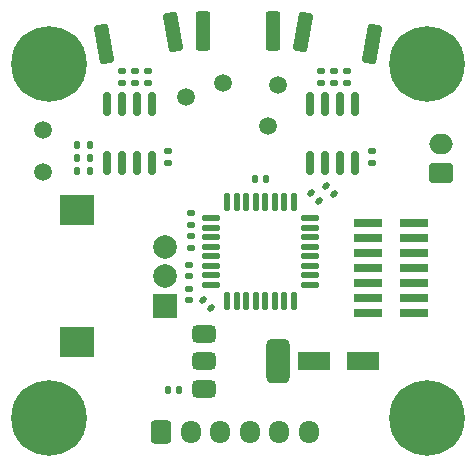
<source format=gbr>
%TF.GenerationSoftware,KiCad,Pcbnew,8.0.8*%
%TF.CreationDate,2025-01-29T06:06:36+01:00*%
%TF.ProjectId,PCB_Gant,5043425f-4761-46e7-942e-6b696361645f,rev?*%
%TF.SameCoordinates,Original*%
%TF.FileFunction,Soldermask,Top*%
%TF.FilePolarity,Negative*%
%FSLAX46Y46*%
G04 Gerber Fmt 4.6, Leading zero omitted, Abs format (unit mm)*
G04 Created by KiCad (PCBNEW 8.0.8) date 2025-01-29 06:06:36*
%MOMM*%
%LPD*%
G01*
G04 APERTURE LIST*
G04 Aperture macros list*
%AMRoundRect*
0 Rectangle with rounded corners*
0 $1 Rounding radius*
0 $2 $3 $4 $5 $6 $7 $8 $9 X,Y pos of 4 corners*
0 Add a 4 corners polygon primitive as box body*
4,1,4,$2,$3,$4,$5,$6,$7,$8,$9,$2,$3,0*
0 Add four circle primitives for the rounded corners*
1,1,$1+$1,$2,$3*
1,1,$1+$1,$4,$5*
1,1,$1+$1,$6,$7*
1,1,$1+$1,$8,$9*
0 Add four rect primitives between the rounded corners*
20,1,$1+$1,$2,$3,$4,$5,0*
20,1,$1+$1,$4,$5,$6,$7,0*
20,1,$1+$1,$6,$7,$8,$9,0*
20,1,$1+$1,$8,$9,$2,$3,0*%
G04 Aperture macros list end*
%ADD10RoundRect,0.140000X0.219203X0.021213X0.021213X0.219203X-0.219203X-0.021213X-0.021213X-0.219203X0*%
%ADD11RoundRect,0.375000X-0.625000X-0.375000X0.625000X-0.375000X0.625000X0.375000X-0.625000X0.375000X0*%
%ADD12RoundRect,0.500000X-0.500000X-1.400000X0.500000X-1.400000X0.500000X1.400000X-0.500000X1.400000X0*%
%ADD13RoundRect,0.135000X0.135000X0.185000X-0.135000X0.185000X-0.135000X-0.185000X0.135000X-0.185000X0*%
%ADD14C,1.500000*%
%ADD15RoundRect,0.150000X-0.150000X0.825000X-0.150000X-0.825000X0.150000X-0.825000X0.150000X0.825000X0*%
%ADD16RoundRect,0.250000X-1.137500X-0.550000X1.137500X-0.550000X1.137500X0.550000X-1.137500X0.550000X0*%
%ADD17RoundRect,0.250000X-0.362500X-1.425000X0.362500X-1.425000X0.362500X1.425000X-0.362500X1.425000X0*%
%ADD18RoundRect,0.135000X-0.185000X0.135000X-0.185000X-0.135000X0.185000X-0.135000X0.185000X0.135000X0*%
%ADD19RoundRect,0.135000X0.185000X-0.135000X0.185000X0.135000X-0.185000X0.135000X-0.185000X-0.135000X0*%
%ADD20RoundRect,0.140000X0.140000X0.170000X-0.140000X0.170000X-0.140000X-0.170000X0.140000X-0.170000X0*%
%ADD21RoundRect,0.140000X-0.219203X-0.021213X-0.021213X-0.219203X0.219203X0.021213X0.021213X0.219203X0*%
%ADD22RoundRect,0.140000X-0.170000X0.140000X-0.170000X-0.140000X0.170000X-0.140000X0.170000X0.140000X0*%
%ADD23RoundRect,0.250000X0.750000X-0.600000X0.750000X0.600000X-0.750000X0.600000X-0.750000X-0.600000X0*%
%ADD24O,2.000000X1.700000*%
%ADD25C,0.800000*%
%ADD26C,6.400000*%
%ADD27RoundRect,0.140000X0.170000X-0.140000X0.170000X0.140000X-0.170000X0.140000X-0.170000X-0.140000X0*%
%ADD28RoundRect,0.135000X-0.135000X-0.185000X0.135000X-0.185000X0.135000X0.185000X-0.135000X0.185000X0*%
%ADD29RoundRect,0.250000X-0.600000X-0.725000X0.600000X-0.725000X0.600000X0.725000X-0.600000X0.725000X0*%
%ADD30O,1.700000X1.950000*%
%ADD31RoundRect,0.250000X-0.109544X-1.466299X0.604441X-1.340404X0.109544X1.466299X-0.604441X1.340404X0*%
%ADD32RoundRect,0.125000X-0.125000X0.625000X-0.125000X-0.625000X0.125000X-0.625000X0.125000X0.625000X0*%
%ADD33RoundRect,0.125000X-0.625000X0.125000X-0.625000X-0.125000X0.625000X-0.125000X0.625000X0.125000X0*%
%ADD34R,2.000000X2.000000*%
%ADD35C,2.000000*%
%ADD36R,3.000000X2.500000*%
%ADD37RoundRect,0.250000X-0.604441X-1.340404X0.109544X-1.466299X0.604441X1.340404X-0.109544X1.466299X0*%
%ADD38R,2.400000X0.740000*%
G04 APERTURE END LIST*
D10*
%TO.C,C6*%
X113739411Y-90659411D03*
X113060589Y-89980589D03*
%TD*%
D11*
%TO.C,U5*%
X113100000Y-92900000D03*
X113100000Y-95200000D03*
D12*
X119400000Y-95200000D03*
D11*
X113100000Y-97500000D03*
%TD*%
D13*
%TO.C,R7*%
X103420000Y-79100000D03*
X102400000Y-79100000D03*
%TD*%
D14*
%TO.C,Flex1pos1*%
X99500000Y-75600000D03*
%TD*%
D15*
%TO.C,U2*%
X108705000Y-73425000D03*
X107435000Y-73425000D03*
X106165000Y-73425000D03*
X104895000Y-73425000D03*
X104895000Y-78375000D03*
X106165000Y-78375000D03*
X107435000Y-78375000D03*
X108705000Y-78375000D03*
%TD*%
D16*
%TO.C,C8*%
X122437500Y-95200000D03*
X126562500Y-95200000D03*
%TD*%
D14*
%TO.C,Flex2pos1*%
X114700000Y-71600000D03*
%TD*%
D17*
%TO.C,R6*%
X113037500Y-67200000D03*
X118962500Y-67200000D03*
%TD*%
D18*
%TO.C,R13*%
X112000000Y-84600000D03*
X112000000Y-85620000D03*
%TD*%
D15*
%TO.C,U3*%
X125905000Y-73425000D03*
X124635000Y-73425000D03*
X123365000Y-73425000D03*
X122095000Y-73425000D03*
X122095000Y-78375000D03*
X123365000Y-78375000D03*
X124635000Y-78375000D03*
X125905000Y-78375000D03*
%TD*%
D19*
%TO.C,R14*%
X112000000Y-83620000D03*
X112000000Y-82600000D03*
%TD*%
D20*
%TO.C,C2*%
X118360000Y-79800000D03*
X117400000Y-79800000D03*
%TD*%
D19*
%TO.C,R1*%
X107300000Y-71600000D03*
X107300000Y-70580000D03*
%TD*%
D21*
%TO.C,C5*%
X122160589Y-80960589D03*
X122839411Y-81639411D03*
%TD*%
D22*
%TO.C,C9*%
X110100000Y-77420000D03*
X110100000Y-78380000D03*
%TD*%
D14*
%TO.C,Flex1neg1*%
X111600000Y-72800000D03*
%TD*%
D23*
%TO.C,J3*%
X133160000Y-79280000D03*
D24*
X133160000Y-76780000D03*
%TD*%
D25*
%TO.C,H1*%
X97600000Y-100000000D03*
X98302944Y-98302944D03*
X98302944Y-101697056D03*
X100000000Y-97600000D03*
D26*
X100000000Y-100000000D03*
D25*
X100000000Y-102400000D03*
X101697056Y-98302944D03*
X101697056Y-101697056D03*
X102400000Y-100000000D03*
%TD*%
D27*
%TO.C,C12*%
X127300000Y-78380000D03*
X127300000Y-77420000D03*
%TD*%
D14*
%TO.C,Flex2neg1*%
X99500000Y-79200000D03*
%TD*%
D28*
%TO.C,R5*%
X102400000Y-76900000D03*
X103420000Y-76900000D03*
%TD*%
D29*
%TO.C,J2*%
X109500000Y-101200000D03*
D30*
X112000000Y-101200000D03*
X114500000Y-101200000D03*
X117000000Y-101200000D03*
X119500000Y-101200000D03*
X122000000Y-101200000D03*
%TD*%
D14*
%TO.C,Flex3neg1*%
X118500000Y-75300000D03*
%TD*%
D31*
%TO.C,R4*%
X104665014Y-68314433D03*
X110500000Y-67285567D03*
%TD*%
D27*
%TO.C,C3*%
X111860000Y-88010000D03*
X111860000Y-87050000D03*
%TD*%
D32*
%TO.C,U1*%
X120700000Y-81725000D03*
X119900000Y-81725000D03*
X119100000Y-81725000D03*
X118300000Y-81725000D03*
X117500000Y-81725000D03*
X116700000Y-81725000D03*
X115900000Y-81725000D03*
X115100000Y-81725000D03*
D33*
X113725000Y-83100000D03*
X113725000Y-83900000D03*
X113725000Y-84700000D03*
X113725000Y-85500000D03*
X113725000Y-86300000D03*
X113725000Y-87100000D03*
X113725000Y-87900000D03*
X113725000Y-88700000D03*
D32*
X115100000Y-90075000D03*
X115900000Y-90075000D03*
X116700000Y-90075000D03*
X117500000Y-90075000D03*
X118300000Y-90075000D03*
X119100000Y-90075000D03*
X119900000Y-90075000D03*
X120700000Y-90075000D03*
D33*
X122075000Y-88700000D03*
X122075000Y-87900000D03*
X122075000Y-87100000D03*
X122075000Y-86300000D03*
X122075000Y-85500000D03*
X122075000Y-84700000D03*
X122075000Y-83900000D03*
X122075000Y-83100000D03*
%TD*%
D18*
%TO.C,R9*%
X123000000Y-70600000D03*
X123000000Y-71620000D03*
%TD*%
D14*
%TO.C,Flex3pos1*%
X119400000Y-71800000D03*
%TD*%
D19*
%TO.C,R11*%
X125200000Y-71620000D03*
X125200000Y-70600000D03*
%TD*%
D25*
%TO.C,H2*%
X97600000Y-70000000D03*
X98302944Y-68302944D03*
X98302944Y-71697056D03*
X100000000Y-67600000D03*
D26*
X100000000Y-70000000D03*
D25*
X100000000Y-72400000D03*
X101697056Y-68302944D03*
X101697056Y-71697056D03*
X102400000Y-70000000D03*
%TD*%
D18*
%TO.C,R3*%
X106200000Y-70580000D03*
X106200000Y-71600000D03*
%TD*%
D25*
%TO.C,H3*%
X129600000Y-100000000D03*
X130302944Y-98302944D03*
X130302944Y-101697056D03*
X132000000Y-97600000D03*
D26*
X132000000Y-100000000D03*
D25*
X132000000Y-102400000D03*
X133697056Y-98302944D03*
X133697056Y-101697056D03*
X134400000Y-100000000D03*
%TD*%
D19*
%TO.C,R2*%
X108400000Y-71600000D03*
X108400000Y-70580000D03*
%TD*%
D13*
%TO.C,R8*%
X103420000Y-78000000D03*
X102400000Y-78000000D03*
%TD*%
D34*
%TO.C,SW2*%
X109820000Y-90500000D03*
D35*
X109820000Y-85500000D03*
X109820000Y-88000000D03*
D36*
X102320000Y-93600000D03*
X102320000Y-82400000D03*
%TD*%
D22*
%TO.C,C1*%
X111860000Y-89040000D03*
X111860000Y-90000000D03*
%TD*%
D21*
%TO.C,C4*%
X123460589Y-80360589D03*
X124139411Y-81039411D03*
%TD*%
D25*
%TO.C,H4*%
X129600000Y-70000000D03*
X130302944Y-68302944D03*
X130302944Y-71697056D03*
X132000000Y-67600000D03*
D26*
X132000000Y-70000000D03*
D25*
X132000000Y-72400000D03*
X133697056Y-68302944D03*
X133697056Y-71697056D03*
X134400000Y-70000000D03*
%TD*%
D19*
%TO.C,R12*%
X124100000Y-71620000D03*
X124100000Y-70600000D03*
%TD*%
D20*
%TO.C,C7*%
X111000000Y-97600000D03*
X110040000Y-97600000D03*
%TD*%
D37*
%TO.C,R10*%
X121482507Y-67285568D03*
X127317493Y-68314432D03*
%TD*%
D38*
%TO.C,J1*%
X130910000Y-91090000D03*
X127010000Y-91090000D03*
X130910000Y-89820000D03*
X127010000Y-89820000D03*
X130910000Y-88550000D03*
X127010000Y-88550000D03*
X130910000Y-87280000D03*
X127010000Y-87280000D03*
X130910000Y-86010000D03*
X127010000Y-86010000D03*
X130910000Y-84740000D03*
X127010000Y-84740000D03*
X130910000Y-83470000D03*
X127010000Y-83470000D03*
%TD*%
M02*

</source>
